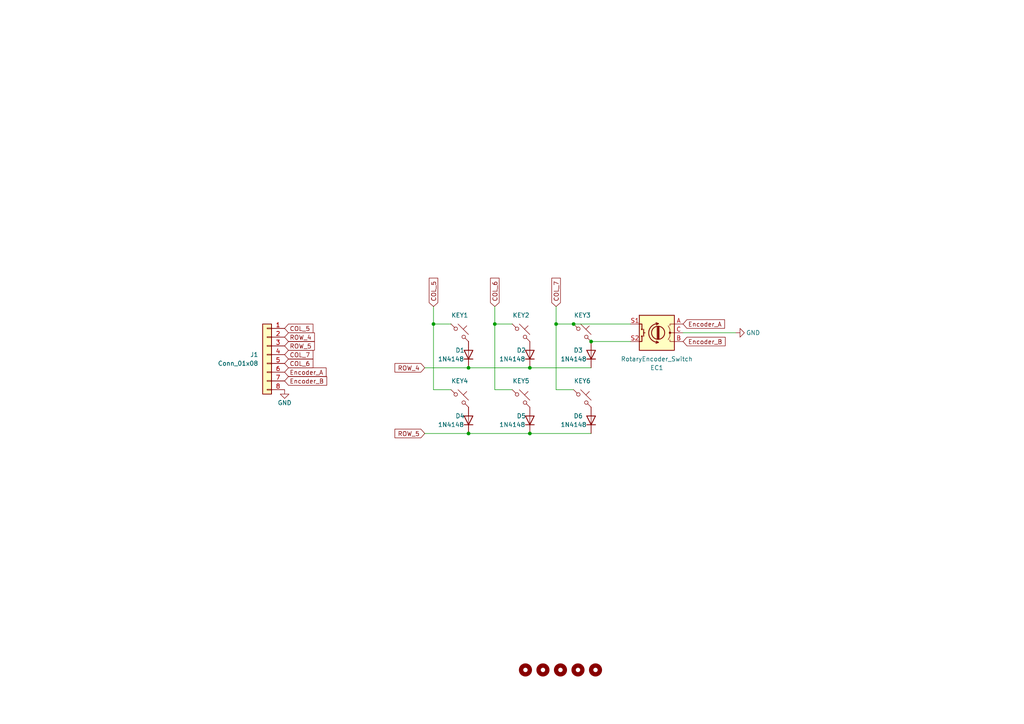
<source format=kicad_sch>
(kicad_sch (version 20211123) (generator eeschema)
  (paper "A4")
  (title_block (title "ErgoSNM Keyboard - Thumb Cluster") (comment 1 "MIT License"))
  (lib_symbols
    (symbol "Connector_Generic:Conn_01x08" (pin_names (offset 1.016) hide)
      (property "Reference" "J" (at 0 10.16 0))
      (property "Value" "Conn_01x08" (at 0 -12.7 0))
      (symbol "Conn_01x08_1_1"
        (rectangle (start -1.27 -10.033) (end 0 -10.287) (stroke (width 0.1524)))
        (rectangle (start -1.27 -7.493) (end 0 -7.747) (stroke (width 0.1524)))
        (rectangle (start -1.27 -4.953) (end 0 -5.207) (stroke (width 0.1524)))
        (rectangle (start -1.27 -2.413) (end 0 -2.667) (stroke (width 0.1524)))
        (rectangle (start -1.27 0.127) (end 0 -0.127) (stroke (width 0.1524)))
        (rectangle (start -1.27 2.667) (end 0 2.413) (stroke (width 0.1524)))
        (rectangle (start -1.27 5.207) (end 0 4.953) (stroke (width 0.1524)))
        (rectangle (start -1.27 7.747) (end 0 7.493) (stroke (width 0.1524)))
        (rectangle (start -1.27 8.89) (end 1.27 -11.43) (stroke (width 0.254)) (fill (type background)))
        (pin passive line (at -5.08 7.62 0) (length 3.81) (name "Pin_1") (number "1"))
        (pin passive line (at -5.08 5.08 0) (length 3.81) (name "Pin_2") (number "2"))
        (pin passive line (at -5.08 2.54 0) (length 3.81) (name "Pin_3") (number "3"))
        (pin passive line (at -5.08 0 0) (length 3.81) (name "Pin_4") (number "4"))
        (pin passive line (at -5.08 -2.54 0) (length 3.81) (name "Pin_5") (number "5"))
        (pin passive line (at -5.08 -5.08 0) (length 3.81) (name "Pin_6") (number "6"))
        (pin passive line (at -5.08 -7.62 0) (length 3.81) (name "Pin_7") (number "7"))
        (pin passive line (at -5.08 -10.16 0) (length 3.81) (name "Pin_8") (number "8"))
      )
    )
    (symbol "Device:RotaryEncoder_Switch" (pin_names (offset 0.254) hide)
      (property "Reference" "SW" (at 0 6.604 0))
      (property "Value" "RotaryEncoder_Switch" (at 0 -6.604 0))
      (symbol "RotaryEncoder_Switch_0_1"
        (rectangle (start -5.08 5.08) (end 5.08 -5.08) (stroke (width 0.254)) (fill (type background)))
        (circle (center -3.81 0) (radius 0.254) (fill (type outline)))
        (arc (start -0.381 -2.794) (mid 2.3622 -0.0508) (end -0.381 2.667) (stroke (width 0.254)))
        (circle (center -0.381 0) (radius 1.905) (stroke (width 0.254)))
        (polyline (pts (xy -0.635 -1.778) (xy -0.635 1.778)) (stroke (width 0.254)))
        (polyline (pts (xy -0.381 -1.778) (xy -0.381 1.778)) (stroke (width 0.254)))
        (polyline (pts (xy -0.127 1.778) (xy -0.127 -1.778)) (stroke (width 0.254)))
        (polyline (pts (xy 3.81 0) (xy 3.429 0)) (stroke (width 0.254)))
        (polyline (pts (xy 3.81 1.016) (xy 3.81 -1.016)) (stroke (width 0.254)))
        (polyline (pts (xy -5.08 -2.54) (xy -3.81 -2.54) (xy -3.81 -2.032)))
        (polyline (pts (xy -5.08 2.54) (xy -3.81 2.54) (xy -3.81 2.032)))
        (polyline (pts (xy 0.254 -3.048) (xy -0.508 -2.794) (xy 0.127 -2.413)) (stroke (width 0.254)))
        (polyline (pts (xy 0.254 2.921) (xy -0.508 2.667) (xy 0.127 2.286)) (stroke (width 0.254)))
        (polyline (pts (xy 5.08 -2.54) (xy 4.318 -2.54) (xy 4.318 -1.016)) (stroke (width 0.254)))
        (polyline (pts (xy 5.08 2.54) (xy 4.318 2.54) (xy 4.318 1.016)) (stroke (width 0.254)))
        (polyline (pts (xy -5.08 0) (xy -3.81 0) (xy -3.81 -1.016) (xy -3.302 -2.032)))
        (polyline (pts (xy -4.318 0) (xy -3.81 0) (xy -3.81 1.016) (xy -3.302 2.032)))
        (circle (center 4.318 -1.016) (radius 0.127) (stroke (width 0.254)))
        (circle (center 4.318 1.016) (radius 0.127) (stroke (width 0.254)))
      )
      (symbol "RotaryEncoder_Switch_1_1"
        (pin passive line (at -7.62 2.54 0) (length 2.54) (name "A") (number "A"))
        (pin passive line (at -7.62 -2.54 0) (length 2.54) (name "B") (number "B"))
        (pin passive line (at -7.62 0 0) (length 2.54) (name "C") (number "C"))
        (pin passive line (at 7.62 2.54 180) (length 2.54) (name "S1") (number "S1"))
        (pin passive line (at 7.62 -2.54 180) (length 2.54) (name "S2") (number "S2"))
      )
    )
    (symbol "Diode:1N4148" (pin_numbers hide) (pin_names (offset 1.016) hide)
      (property "Reference" "D" (at 0 2.54 0))
      (property "Value" "1N4148" (at 0 -2.54 0))
      (symbol "1N4148_0_1"
        (polyline (pts (xy -1.27 1.27) (xy -1.27 -1.27)) (stroke (width 0.254)))
        (polyline (pts (xy 1.27 0) (xy -1.27 0)))
        (polyline (pts (xy 1.27 1.27) (xy 1.27 -1.27) (xy -1.27 0) (xy 1.27 1.27)) (stroke (width 0.254)))
      )
      (symbol "1N4148_1_1"
        (pin passive line (at -3.81 0 0) (length 2.54) (name "K") (number "1"))
        (pin passive line (at 3.81 0 180) (length 2.54) (name "A") (number "2"))
      )
    )
    (symbol "Mechanical:MountingHole" (pin_names (offset 1.016))
      (property "Reference" "H" (at 0 5.08 0))
      (property "Value" "MountingHole" (at 0 3.175 0))
      (symbol "MountingHole_0_1"
        (circle (center 0 0) (radius 1.27) (stroke (width 1.27)))
      )
    )
    (symbol "Switch:SW_Push_45deg" (pin_numbers hide) (pin_names (offset 1.016) hide)
      (property "Reference" "SW" (at 3.048 1.016 0))
      (property "Value" "SW_Push_45deg" (at 0 -3.81 0))
      (symbol "SW_Push_45deg_0_1"
        (circle (center -1.1684 1.1684) (radius 0.508))
        (polyline (pts (xy -0.508 2.54) (xy 2.54 -0.508)))
        (polyline (pts (xy 1.016 1.016) (xy 2.032 2.032)))
        (polyline (pts (xy -2.54 2.54) (xy -1.524 1.524) (xy -1.524 1.524)))
        (polyline (pts (xy 1.524 -1.524) (xy 2.54 -2.54) (xy 2.54 -2.54) (xy 2.54 -2.54)))
        (circle (center 1.143 -1.1938) (radius 0.508))
        (pin passive line (at -2.54 2.54 0) (length 0) (name "1") (number "1"))
        (pin passive line (at 2.54 -2.54 180) (length 0) (name "2") (number "2"))
      )
    )
    (symbol "power:GND" (power) (pin_names (offset 0))
      (property "Value" "GND" (at 0 -3.81 0))
      (symbol "GND_0_1"
        (polyline (pts (xy 0 0) (xy 0 -1.27) (xy 1.27 -1.27) (xy 0 -2.54) (xy -1.27 -1.27) (xy 0 -1.27)))
      )
      (symbol "GND_1_1"
        (pin power_in line (at 0 0 270) (length 0) hide (name "GND") (number "1"))
      )
    )
  )
  (junction (at 161.29 93.98))
  (junction (at 135.89 106.68))
  (junction (at 166.37 93.98))
  (junction (at 143.51 93.98))
  (junction (at 135.89 125.73))
  (junction (at 125.73 93.98))
  (junction (at 171.45 99.06))
  (junction (at 153.67 125.73))
  (junction (at 153.67 106.68))
  (wire (pts (xy 125.73 113.03) (xy 130.81 113.03)))
  (wire (pts (xy 153.67 125.73) (xy 171.45 125.73)))
  (wire (pts (xy 166.37 93.98) (xy 182.88 93.98)))
  (wire (pts (xy 125.73 88.9) (xy 125.73 93.98)))
  (wire (pts (xy 143.51 88.9) (xy 143.51 93.98)))
  (wire (pts (xy 161.29 93.98) (xy 166.37 93.98)))
  (wire (pts (xy 153.67 106.68) (xy 171.45 106.68)))
  (wire (pts (xy 125.73 93.98) (xy 130.81 93.98)))
  (wire (pts (xy 213.36 96.52) (xy 198.12 96.52)))
  (wire (pts (xy 125.73 93.98) (xy 125.73 113.03)))
  (wire (pts (xy 161.29 113.03) (xy 166.37 113.03)))
  (wire (pts (xy 123.19 125.73) (xy 135.89 125.73)))
  (wire (pts (xy 123.19 106.68) (xy 135.89 106.68)))
  (wire (pts (xy 143.51 93.98) (xy 148.59 93.98)))
  (wire (pts (xy 161.29 88.9) (xy 161.29 93.98)))
  (wire (pts (xy 135.89 125.73) (xy 153.67 125.73)))
  (wire (pts (xy 143.51 113.03) (xy 148.59 113.03)))
  (wire (pts (xy 182.88 99.06) (xy 171.45 99.06)))
  (wire (pts (xy 143.51 93.98) (xy 143.51 113.03)))
  (wire (pts (xy 161.29 93.98) (xy 161.29 113.03)))
  (wire (pts (xy 135.89 106.68) (xy 153.67 106.68)))
  (global_label "COL_5" (shape input) (at 82.55 95.25 0) (property "Intersheet References" "${INTERSHEET_REFS}" (effects hide)))
  (global_label "Encoder_B" (shape input) (at 82.55 110.49 0) (property "Intersheet References" "${INTERSHEET_REFS}" (effects hide)))
  (global_label "COL_7" (shape input) (at 161.29 88.9 90) (property "Intersheet References" "${INTERSHEET_REFS}" (effects hide)))
  (global_label "COL_6" (shape input) (at 143.51 88.9 90) (property "Intersheet References" "${INTERSHEET_REFS}" (effects hide)))
  (global_label "COL_5" (shape input) (at 125.73 88.9 90) (property "Intersheet References" "${INTERSHEET_REFS}" (effects hide)))
  (global_label "ROW_4" (shape input) (at 82.55 97.79 0) (property "Intersheet References" "${INTERSHEET_REFS}" (effects hide)))
  (global_label "Encoder_B" (shape input) (at 198.12 99.06 0) (property "Intersheet References" "${INTERSHEET_REFS}" (effects hide)))
  (global_label "COL_6" (shape input) (at 82.55 105.41 0) (property "Intersheet References" "${INTERSHEET_REFS}" (effects hide)))
  (global_label "Encoder_A" (shape input) (at 198.12 93.98 0) (property "Intersheet References" "${INTERSHEET_REFS}" (effects hide)))
  (global_label "Encoder_A" (shape input) (at 82.55 107.95 0) (property "Intersheet References" "${INTERSHEET_REFS}" (effects hide)))
  (global_label "ROW_4" (shape input) (at 123.19 106.68 180) (property "Intersheet References" "${INTERSHEET_REFS}" (effects hide)))
  (global_label "COL_7" (shape input) (at 82.55 102.87 0) (property "Intersheet References" "${INTERSHEET_REFS}" (effects hide)))
  (global_label "ROW_5" (shape input) (at 123.19 125.73 180) (property "Intersheet References" "${INTERSHEET_REFS}" (effects hide)))
  (global_label "ROW_5" (shape input) (at 82.55 100.33 0) (property "Intersheet References" "${INTERSHEET_REFS}" (effects hide)))
  (symbol (lib_id "Switch:SW_Push_45deg") (at 151.13 96.52 0) (unit 1)
    (property "Reference" "KEY2" (at 151.13 91.44 0))
    (property "Value" "SW_Push_45deg" (effects hide))
    (property "Footprint" "key-switches:MX_switch_PTH_hotswap_A" (effects hide))
  )
  (symbol (lib_id "Diode:1N4148") (at 171.45 121.92 90) (unit 1)
    (property "Reference" "D6" (at 166.37 120.65 90) (effects (justify right)))
    (property "Value" "1N4148" (at 162.56 123.19 90) (effects (justify right)))
    (property "Footprint" "Diode_SMD:D_SOD-123" (effects hide))
    (property "Datasheet" "https://assets.nexperia.com/documents/data-sheet/1N4148_1N4448.pdf" (effects hide))
    (property "LCSC" "C81598" (effects hide))
    (property "MFR. Part #" "1N4148W" (effects hide))
  )
  (symbol (lib_id "Diode:1N4148") (at 135.89 121.92 90) (unit 1)
    (property "Reference" "D4" (at 132.08 120.65 90) (effects (justify right)))
    (property "Value" "1N4148" (at 127 123.19 90) (effects (justify right)))
    (property "Footprint" "Diode_SMD:D_SOD-123" (effects hide))
    (property "Datasheet" "https://assets.nexperia.com/documents/data-sheet/1N4148_1N4448.pdf" (effects hide))
    (property "LCSC" "C81598" (effects hide))
    (property "MFR. Part #" "1N4148W" (effects hide))
  )
  (symbol (lib_id "Diode:1N4148") (at 135.89 102.87 90) (unit 1)
    (property "Reference" "D1" (at 132.08 101.6 90) (effects (justify right)))
    (property "Value" "1N4148" (at 127 104.14 90) (effects (justify right)))
    (property "Footprint" "Diode_SMD:D_SOD-123" (effects hide))
    (property "Datasheet" "https://assets.nexperia.com/documents/data-sheet/1N4148_1N4448.pdf" (effects hide))
    (property "LCSC" "C81598" (effects hide))
    (property "MFR. Part #" "1N4148W" (effects hide))
  )
  (symbol (lib_id "Switch:SW_Push_45deg") (at 151.13 115.57 0) (unit 1)
    (property "Reference" "KEY5" (at 151.13 110.49 0))
    (property "Value" "SW_Push_45deg" (effects hide))
    (property "Footprint" "key-switches:MX_switch_PTH_hotswap_A" (effects hide))
  )
  (symbol (lib_id "Mechanical:MountingHole") (at 157.48 194.31 0) (unit 1) (in_bom no)
    (property "Reference" "H1" (effects hide))
    (property "Value" "MountingHole" (effects hide))
    (property "Footprint" "MountingHole:MountingHole_2.2mm_M2" (effects hide))
  )
  (symbol (lib_id "Switch:SW_Push_45deg") (at 168.91 96.52 0) (unit 1)
    (property "Reference" "KEY3" (at 168.91 91.44 0))
    (property "Value" "SW_Push_45deg" (effects hide))
    (property "Footprint" "key-switches:MX_switch_PTH_hotswap_A" (effects hide))
  )
  (symbol (lib_id "Diode:1N4148") (at 171.45 102.87 90) (unit 1)
    (property "Reference" "D3" (at 166.37 101.6 90) (effects (justify right)))
    (property "Value" "1N4148" (at 162.56 104.14 90) (effects (justify right)))
    (property "Footprint" "Diode_SMD:D_SOD-123" (effects hide))
    (property "Datasheet" "https://assets.nexperia.com/documents/data-sheet/1N4148_1N4448.pdf" (effects hide))
    (property "LCSC" "C81598" (effects hide))
    (property "MFR. Part #" "1N4148W" (effects hide))
  )
  (symbol (lib_id "Connector_Generic:Conn_01x08") (at 77.47 102.87 0) (mirror y) (unit 1)
    (property "Reference" "J1" (at 74.93 102.8699 0) (effects (justify left)))
    (property "Value" "Conn_01x08" (at 74.93 105.4099 0) (effects (justify left)))
    (property "Footprint" "Connector_JST:JST_GH_SM08B-GHS-TB_1x08-1MP_P1.25mm_Horizontal" (effects hide))
    (property "LCSC" "C265111" (effects hide))
    (property "MFR. Part #" "SM08B-GHS-TB(LF)(SN)" (effects hide))
  )
  (symbol (lib_id "Mechanical:MountingHole") (at 172.72 194.31 0) (unit 1) (in_bom no)
    (property "Reference" "H4" (effects hide))
    (property "Value" "MountingHole" (effects hide))
    (property "Footprint" "MountingHole:MountingHole_2.2mm_M2" (effects hide))
  )
  (symbol (lib_id "Switch:SW_Push_45deg") (at 133.35 115.57 0) (unit 1)
    (property "Reference" "KEY4" (at 133.35 110.49 0))
    (property "Value" "SW_Push_45deg" (effects hide))
    (property "Footprint" "key-switches:MX_switch_PTH_hotswap_A" (effects hide))
  )
  (symbol (lib_id "power:GND") (at 82.55 113.03 0) (mirror y) (unit 1)
    (property "Reference" "#PWR0102" (effects hide))
    (property "Value" "GND" (at 82.55 116.84 0))
  )
  (symbol (lib_id "Mechanical:MountingHole") (at 152.4 194.31 0) (unit 1) (in_bom no)
    (property "Reference" "H5" (effects hide))
    (property "Value" "MountingHole" (effects hide))
    (property "Footprint" "MountingHole:MountingHole_2.2mm_M2" (effects hide))
  )
  (symbol (lib_id "Switch:SW_Push_45deg") (at 168.91 115.57 0) (unit 1)
    (property "Reference" "KEY6" (at 168.91 110.49 0))
    (property "Value" "SW_Push_45deg" (effects hide))
    (property "Footprint" "key-switches:MX_switch_PTH_hotswap_A" (effects hide))
  )
  (symbol (lib_id "Switch:SW_Push_45deg") (at 133.35 96.52 0) (unit 1)
    (property "Reference" "KEY1" (at 133.35 91.44 0))
    (property "Value" "SW_Push_45deg" (effects hide))
    (property "Footprint" "key-switches:MX_switch_PTH_hotswap_A" (effects hide))
  )
  (symbol (lib_id "Mechanical:MountingHole") (at 162.56 194.31 0) (unit 1) (in_bom no)
    (property "Reference" "H2" (effects hide))
    (property "Value" "MountingHole" (effects hide))
    (property "Footprint" "MountingHole:MountingHole_2.2mm_M2" (effects hide))
  )
  (symbol (lib_id "power:GND") (at 213.36 96.52 90) (unit 1)
    (property "Reference" "#PWR0101" (effects hide))
    (property "Value" "GND" (at 218.44 96.52 90))
  )
  (symbol (lib_id "Diode:1N4148") (at 153.67 121.92 90) (unit 1)
    (property "Reference" "D5" (at 149.86 120.65 90) (effects (justify right)))
    (property "Value" "1N4148" (at 144.78 123.19 90) (effects (justify right)))
    (property "Footprint" "Diode_SMD:D_SOD-123" (effects hide))
    (property "Datasheet" "https://assets.nexperia.com/documents/data-sheet/1N4148_1N4448.pdf" (effects hide))
    (property "LCSC" "C81598" (effects hide))
    (property "MFR. Part #" "1N4148W" (effects hide))
  )
  (symbol (lib_id "Diode:1N4148") (at 153.67 102.87 90) (unit 1)
    (property "Reference" "D2" (at 149.86 101.6 90) (effects (justify right)))
    (property "Value" "1N4148" (at 144.78 104.14 90) (effects (justify right)))
    (property "Footprint" "Diode_SMD:D_SOD-123" (effects hide))
    (property "Datasheet" "https://assets.nexperia.com/documents/data-sheet/1N4148_1N4448.pdf" (effects hide))
    (property "LCSC" "C81598" (effects hide))
    (property "MFR. Part #" "1N4148W" (effects hide))
  )
  (symbol (lib_id "Mechanical:MountingHole") (at 167.64 194.31 0) (unit 1) (in_bom no)
    (property "Reference" "H3" (effects hide))
    (property "Value" "MountingHole" (effects hide))
    (property "Footprint" "MountingHole:MountingHole_2.2mm_M2" (effects hide))
  )
  (symbol (lib_id "Device:RotaryEncoder_Switch") (at 190.5 96.52 0) (mirror y) (unit 1)
    (property "Reference" "EC1" (at 190.5 106.68 0))
    (property "Value" "RotaryEncoder_Switch" (at 190.5 104.14 0))
    (property "Footprint" "Rotary_Encoder:RotaryEncoder_Alps_EC11E-Switch_Vertical_H20mm" (effects hide))
  )
)
</source>
